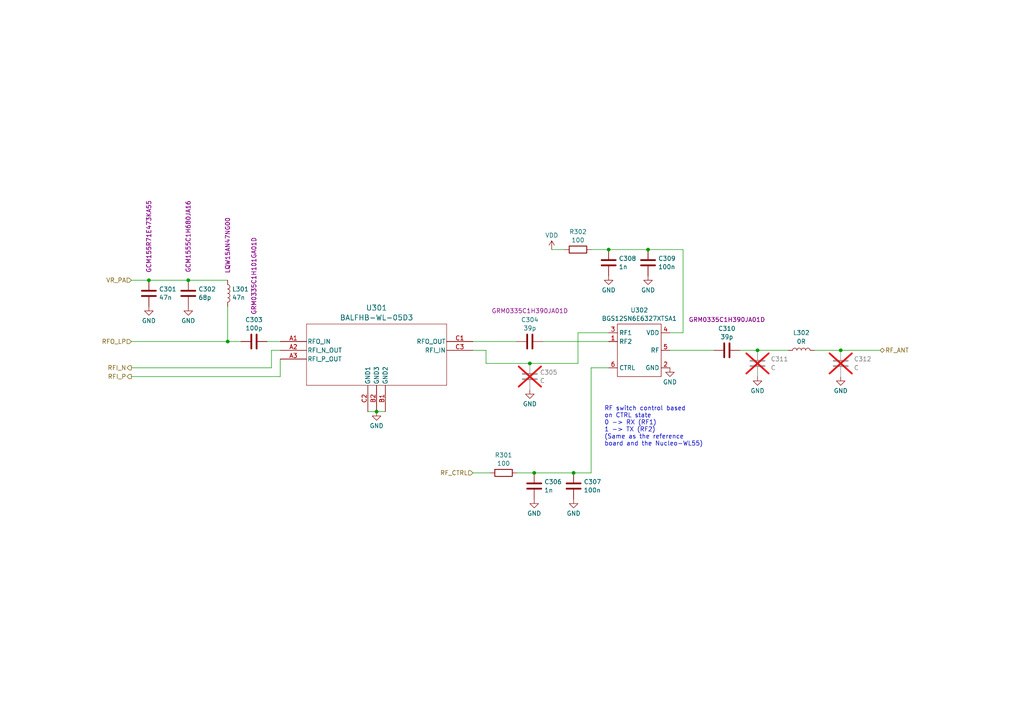
<source format=kicad_sch>
(kicad_sch (version 20230121) (generator eeschema)
  (paper "A4")
  (lib_symbols
    (symbol "BGA8_BALFHB_STM:BALFHB-WL-05D3" (pin_names (offset 0.254))
      (property "Reference" "U302" (at 27.94 9.7737 0))
      (property "Value" "BALFHB-WL-05D3" (at 27.94 6.9409 0))
      (symbol "BALFHB-WL-05D3_0_1"
        (polyline (pts (xy 7.62 -12.7) (xy 48.26 -12.7)) (stroke (width 0.127)))
        (polyline (pts (xy 7.62 5.08) (xy 7.62 -12.7)) (stroke (width 0.127)))
        (polyline (pts (xy 48.26 -12.7) (xy 48.26 5.08)) (stroke (width 0.127)))
        (polyline (pts (xy 48.26 5.08) (xy 7.62 5.08)) (stroke (width 0.127)))
        (pin input line (at 0 0 0) (length 7.62) (name "RFO_IN") (number "A1"))
        (pin output line (at 0 -2.54 0) (length 7.62) (name "RFI_N_OUT") (number "A2"))
        (pin output line (at 0 -5.08 0) (length 7.62) (name "RFI_P_OUT") (number "A3"))
        (pin power_out line (at 30.48 -20.32 90) (length 7.62) (name "GND2") (number "B1"))
        (pin power_out line (at 27.94 -20.32 90) (length 7.62) (name "GND3") (number "B2"))
        (pin output line (at 55.88 0 180) (length 7.62) (name "RFO_OUT") (number "C1"))
        (pin power_out line (at 25.4 -20.32 90) (length 7.62) (name "GND1") (number "C2"))
        (pin input line (at 55.88 -2.54 180) (length 7.62) (name "RFI_IN") (number "C3"))
      )
    )
    (symbol "Device:C" (pin_numbers hide) (pin_names (offset 0.254))
      (property "Reference" "C" (at 0.635 2.54 0))
      (property "Value" "C" (at 0.635 -2.54 0))
      (symbol "C_0_1"
        (polyline (pts (xy -2.032 -0.762) (xy 2.032 -0.762)) (stroke (width 0.508)))
        (polyline (pts (xy -2.032 0.762) (xy 2.032 0.762)) (stroke (width 0.508)))
      )
      (symbol "C_1_1"
        (pin passive line (at 0 3.81 270) (length 2.794) (name "~") (number "1"))
        (pin passive line (at 0 -3.81 90) (length 2.794) (name "~") (number "2"))
      )
    )
    (symbol "Device:L" (pin_numbers hide) (pin_names (offset 1.016) hide)
      (property "Reference" "L" (at -1.27 0 90))
      (property "Value" "L" (at 1.905 0 90))
      (symbol "L_0_1"
        (arc (start 0 -2.54) (mid 0.6323 -1.905) (end 0 -1.27))
        (arc (start 0 -1.27) (mid 0.6323 -0.635) (end 0 0))
        (arc (start 0 0) (mid 0.6323 0.635) (end 0 1.27))
        (arc (start 0 1.27) (mid 0.6323 1.905) (end 0 2.54))
      )
      (symbol "L_1_1"
        (pin passive line (at 0 3.81 270) (length 1.27) (name "1") (number "1"))
        (pin passive line (at 0 -3.81 90) (length 1.27) (name "2") (number "2"))
      )
    )
    (symbol "Device:R" (pin_numbers hide) (pin_names (offset 0))
      (property "Reference" "R" (at 2.032 0 90))
      (property "Value" "R" (at 0 0 90))
      (symbol "R_0_1"
        (rectangle (start -1.016 -2.54) (end 1.016 2.54) (stroke (width 0.254)))
      )
      (symbol "R_1_1"
        (pin passive line (at 0 3.81 270) (length 1.27) (name "~") (number "1"))
        (pin passive line (at 0 -3.81 90) (length 1.27) (name "~") (number "2"))
      )
    )
    (symbol "lora-module:BGS12SN6E6327XTSA1"
      (property "Reference" "U" (at 0 8.89 0))
      (property "Value" "BGS12SN6E6327XTSA1" (at 0 -8.89 0))
      (symbol "BGS12SN6E6327XTSA1_0_1"
        (rectangle (start -6.35 7.62) (end 6.35 -7.62))
      )
      (symbol "BGS12SN6E6327XTSA1_1_1"
        (pin bidirectional line (at -8.89 2.54 0) (length 2.54) (name "RF2") (number "1"))
        (pin power_out line (at 8.89 -5.08 180) (length 2.54) (name "GND") (number "2"))
        (pin bidirectional line (at -8.89 5.08 0) (length 2.54) (name "RF1") (number "3"))
        (pin power_in line (at 8.89 5.08 180) (length 2.54) (name "VDD") (number "4"))
        (pin bidirectional line (at 8.89 0 180) (length 2.54) (name "RF") (number "5"))
        (pin input line (at -8.89 -5.08 0) (length 2.54) (name "CTRL") (number "6"))
      )
    )
    (symbol "power:GND" (power) (pin_names (offset 0))
      (property "Value" "GND" (at 0 -3.81 0))
      (symbol "GND_0_1"
        (polyline (pts (xy 0 0) (xy 0 -1.27) (xy 1.27 -1.27) (xy 0 -2.54) (xy -1.27 -1.27) (xy 0 -1.27)))
      )
      (symbol "GND_1_1"
        (pin power_in line (at 0 0 270) (length 0) hide (name "GND") (number "1"))
      )
    )
    (symbol "power:VDD" (power) (pin_names (offset 0))
      (property "Value" "VDD" (at 0 3.81 0))
      (symbol "VDD_0_1"
        (polyline (pts (xy -0.762 1.27) (xy 0 2.54)))
        (polyline (pts (xy 0 0) (xy 0 2.54)))
        (polyline (pts (xy 0 2.54) (xy 0.762 1.27)))
      )
      (symbol "VDD_1_1"
        (pin power_in line (at 0 0 90) (length 0) hide (name "VDD") (number "1"))
      )
    )
  )
  (junction (at 54.61 81.28))
  (junction (at 166.37 137.16))
  (junction (at 219.71 101.6))
  (junction (at 153.67 105.41))
  (junction (at 109.22 119.38))
  (junction (at 187.96 72.39))
  (junction (at 43.18 81.28))
  (junction (at 243.84 101.6))
  (junction (at 176.53 72.39))
  (junction (at 154.94 137.16))
  (junction (at 66.04 99.06))
  (wire (pts (xy 171.45 106.68) (xy 171.45 137.16)))
  (wire (pts (xy 78.74 106.68) (xy 38.1 106.68)))
  (wire (pts (xy 66.04 99.06) (xy 69.85 99.06)))
  (wire (pts (xy 66.04 88.9) (xy 66.04 99.06)))
  (wire (pts (xy 38.1 81.28) (xy 43.18 81.28)))
  (wire (pts (xy 154.94 137.16) (xy 166.37 137.16)))
  (wire (pts (xy 43.18 81.28) (xy 54.61 81.28)))
  (wire (pts (xy 171.45 106.68) (xy 176.53 106.68)))
  (wire (pts (xy 140.97 105.41) (xy 153.67 105.41)))
  (wire (pts (xy 171.45 72.39) (xy 176.53 72.39)))
  (wire (pts (xy 54.61 81.28) (xy 66.04 81.28)))
  (wire (pts (xy 81.28 109.22) (xy 38.1 109.22)))
  (wire (pts (xy 77.47 99.06) (xy 81.28 99.06)))
  (wire (pts (xy 137.16 99.06) (xy 149.86 99.06)))
  (wire (pts (xy 157.48 99.06) (xy 176.53 99.06)))
  (wire (pts (xy 198.12 96.52) (xy 194.31 96.52)))
  (wire (pts (xy 137.16 101.6) (xy 140.97 101.6)))
  (wire (pts (xy 176.53 72.39) (xy 187.96 72.39)))
  (wire (pts (xy 109.22 119.38) (xy 111.76 119.38)))
  (wire (pts (xy 166.37 137.16) (xy 171.45 137.16)))
  (wire (pts (xy 81.28 101.6) (xy 78.74 101.6)))
  (wire (pts (xy 219.71 101.6) (xy 228.6 101.6)))
  (wire (pts (xy 78.74 101.6) (xy 78.74 106.68)))
  (wire (pts (xy 243.84 101.6) (xy 255.27 101.6)))
  (wire (pts (xy 214.63 101.6) (xy 219.71 101.6)))
  (wire (pts (xy 140.97 101.6) (xy 140.97 105.41)))
  (wire (pts (xy 38.1 99.06) (xy 66.04 99.06)))
  (wire (pts (xy 187.96 72.39) (xy 198.12 72.39)))
  (wire (pts (xy 198.12 72.39) (xy 198.12 96.52)))
  (wire (pts (xy 194.31 101.6) (xy 207.01 101.6)))
  (wire (pts (xy 236.22 101.6) (xy 243.84 101.6)))
  (wire (pts (xy 167.64 96.52) (xy 167.64 105.41)))
  (wire (pts (xy 153.67 105.41) (xy 167.64 105.41)))
  (wire (pts (xy 81.28 104.14) (xy 81.28 109.22)))
  (wire (pts (xy 137.16 137.16) (xy 142.24 137.16)))
  (wire (pts (xy 176.53 96.52) (xy 167.64 96.52)))
  (wire (pts (xy 160.02 72.39) (xy 163.83 72.39)))
  (wire (pts (xy 106.68 119.38) (xy 109.22 119.38)))
  (wire (pts (xy 149.86 137.16) (xy 154.94 137.16)))
  (text "RF switch control based\non CTRL state\n0 -> RX (RF1)\n1 -> TX (RF2)\n(Same as the reference \nboard and the Nucleo-WL55)" (at 175.26 129.54 0) (effects (font (size 1.27 1.27)) (justify left bottom)))
  (hierarchical_label "RF_ANT" (shape bidirectional) (at 255.27 101.6 0))
  (hierarchical_label "RF_CTRL" (shape input) (at 137.16 137.16 180))
  (hierarchical_label "RFO_LP" (shape input) (at 38.1 99.06 180))
  (hierarchical_label "RFI_P" (shape output) (at 38.1 109.22 180))
  (hierarchical_label "RFI_N" (shape output) (at 38.1 106.68 180))
  (hierarchical_label "VR_PA" (shape input) (at 38.1 81.28 180))
  (symbol (lib_id "power:GND") (at 243.84 109.22 0) (unit 1)
    (property "Reference" "#PWR0312" (effects hide))
    (property "Value" "GND" (at 243.84 113.3531 0))
  )
  (symbol (lib_id "power:GND") (at 176.53 80.01 0) (unit 1)
    (property "Reference" "#PWR0308" (effects hide))
    (property "Value" "GND" (at 176.53 84.1431 0))
  )
  (symbol (lib_id "Device:R") (at 167.64 72.39 90) (unit 1)
    (property "Reference" "R302" (at 167.64 67.2297 90))
    (property "Value" "100" (at 167.64 69.6539 90))
    (property "Footprint" "Resistor_SMD:R_0402_1005Metric" (effects hide))
  )
  (symbol (lib_id "power:GND") (at 109.22 119.38 0) (unit 1)
    (property "Reference" "#PWR0303" (effects hide))
    (property "Value" "GND" (at 109.22 123.5131 0))
  )
  (symbol (lib_id "Device:C") (at 243.84 105.41 0) (unit 1) (dnp yes)
    (property "Reference" "C312" (at 247.65 104.14 0) (effects (justify left)))
    (property "Value" "C" (at 247.65 106.68 0) (effects (justify left)))
    (property "Footprint" "Capacitor_SMD:C_0402_1005Metric_Pad0.74x0.62mm_HandSolder" (effects hide))
  )
  (symbol (lib_id "Device:L") (at 232.41 101.6 90) (unit 1)
    (property "Reference" "L302" (at 232.41 96.52 90))
    (property "Value" "0R" (at 232.41 99.06 90))
    (property "Footprint" "Inductor_SMD:L_0402_1005Metric_Pad0.77x0.64mm_HandSolder" (effects hide))
  )
  (symbol (lib_id "Device:C") (at 43.18 85.09 0) (unit 1)
    (property "Reference" "C301" (at 46.101 83.8779 0) (effects (justify left)))
    (property "Value" "47n" (at 46.101 86.3021 0) (effects (justify left)))
    (property "Footprint" "Capacitor_SMD:C_0603_1608Metric" (effects hide))
    (property "Part" "GCM155R71E473KA55" (at 43.18 68.58 90))
  )
  (symbol (lib_id "Device:C") (at 153.67 109.22 0) (unit 1) (dnp yes)
    (property "Reference" "C305" (at 156.591 108.0079 0) (effects (justify left)))
    (property "Value" "C" (at 156.591 110.4321 0) (effects (justify left)))
    (property "Footprint" "Capacitor_SMD:C_0402_1005Metric_Pad0.74x0.62mm_HandSolder" (effects hide))
  )
  (symbol (lib_id "power:GND") (at 153.67 113.03 0) (unit 1)
    (property "Reference" "#PWR0304" (effects hide))
    (property "Value" "GND" (at 153.67 117.1631 0))
  )
  (symbol (lib_id "power:GND") (at 54.61 88.9 0) (unit 1)
    (property "Reference" "#PWR0302" (effects hide))
    (property "Value" "GND" (at 54.61 93.0331 0))
  )
  (symbol (lib_id "power:GND") (at 43.18 88.9 0) (unit 1)
    (property "Reference" "#PWR0301" (effects hide))
    (property "Value" "GND" (at 43.18 93.0331 0))
  )
  (symbol (lib_id "power:GND") (at 154.94 144.78 0) (unit 1)
    (property "Reference" "#PWR0305" (effects hide))
    (property "Value" "GND" (at 154.94 148.9131 0))
  )
  (symbol (lib_id "Device:C") (at 154.94 140.97 0) (unit 1)
    (property "Reference" "C306" (at 157.861 139.7579 0) (effects (justify left)))
    (property "Value" "1n" (at 157.861 142.1821 0) (effects (justify left)))
    (property "Footprint" "Capacitor_SMD:C_0402_1005Metric" (effects hide))
  )
  (symbol (lib_id "power:VDD") (at 160.02 72.39 0) (unit 1)
    (property "Reference" "#PWR0210" (effects hide))
    (property "Value" "VDD" (at 160.02 68.2569 0))
    (instances (project "lora-module" (path "" (reference "#PWR0210") (unit 1)) (path "" (reference "#PWR0306") (unit 1))))
  )
  (symbol (lib_id "power:GND") (at 166.37 144.78 0) (unit 1)
    (property "Reference" "#PWR0307" (effects hide))
    (property "Value" "GND" (at 166.37 148.9131 0))
  )
  (symbol (lib_id "Device:C") (at 54.61 85.09 0) (unit 1)
    (property "Reference" "C302" (at 57.531 83.8779 0) (effects (justify left)))
    (property "Value" "68p" (at 57.531 86.3021 0) (effects (justify left)))
    (property "Footprint" "Capacitor_SMD:C_0402_1005Metric" (effects hide))
    (property "Part" "GCM1555C1H680JA16" (at 54.61 68.58 90))
  )
  (symbol (lib_id "Device:C") (at 176.53 76.2 0) (unit 1)
    (property "Reference" "C308" (at 179.451 74.9879 0) (effects (justify left)))
    (property "Value" "1n" (at 179.451 77.4121 0) (effects (justify left)))
    (property "Footprint" "Capacitor_SMD:C_0402_1005Metric" (effects hide))
  )
  (symbol (lib_id "Device:C") (at 153.67 99.06 90) (unit 1)
    (property "Reference" "C304" (at 153.67 92.7567 90))
    (property "Value" "39p" (at 153.67 95.1809 90))
    (property "Footprint" "Capacitor_SMD:C_0402_1005Metric" (effects hide))
    (property "Part" "GRM0335C1H390JA01D" (at 153.67 90.17 90))
  )
  (symbol (lib_id "Device:C") (at 187.96 76.2 0) (unit 1)
    (property "Reference" "C309" (at 190.881 74.9879 0) (effects (justify left)))
    (property "Value" "100n" (at 190.881 77.4121 0) (effects (justify left)))
    (property "Footprint" "Capacitor_SMD:C_0402_1005Metric" (effects hide))
  )
  (symbol (lib_id "BGA8_BALFHB_STM:BALFHB-WL-05D3") (at 81.28 99.06 0) (unit 1)
    (property "Reference" "U301" (at 109.22 89.2863 0) (effects (font (size 1.524 1.524))))
    (property "Value" "BALFHB-WL-05D3" (at 109.22 92.1191 0) (effects (font (size 1.524 1.524))))
    (property "Footprint" "lora-module:BGA8_BALFHB_STM" (effects hide))
    (property "Datasheet" "BALFHB-WL-05D3" (effects hide))
  )
  (symbol (lib_id "lora-module:BGS12SN6E6327XTSA1") (at 185.42 101.6 0) (unit 1)
    (property "Reference" "U302" (at 185.42 89.9627 0))
    (property "Value" "BGS12SN6E6327XTSA1" (at 185.42 92.3869 0))
    (property "Footprint" "lora-module:Infineon_PG-TSNP-6-10_0.7x1.1mm_0.7x1.1mm_P0.4mm" (effects hide))
  )
  (symbol (lib_id "Device:C") (at 210.82 101.6 90) (unit 1)
    (property "Reference" "C310" (at 210.82 95.2967 90))
    (property "Value" "39p" (at 210.82 97.7209 90))
    (property "Footprint" "Capacitor_SMD:C_0402_1005Metric" (effects hide))
    (property "Part" "GRM0335C1H390JA01D" (at 210.82 92.71 90))
  )
  (symbol (lib_id "Device:C") (at 219.71 105.41 0) (unit 1) (dnp yes)
    (property "Reference" "C311" (at 223.52 104.14 0) (effects (justify left)))
    (property "Value" "C" (at 223.52 106.68 0) (effects (justify left)))
    (property "Footprint" "Capacitor_SMD:C_0402_1005Metric_Pad0.74x0.62mm_HandSolder" (effects hide))
  )
  (symbol (lib_id "Device:L") (at 66.04 85.09 0) (unit 1)
    (property "Reference" "L301" (at 67.3072 83.8779 0) (effects (justify left)))
    (property "Value" "47n" (at 67.3072 86.3021 0) (effects (justify left)))
    (property "Footprint" "Inductor_SMD:L_0402_1005Metric" (effects hide))
    (property "Part" "LQW15AN47NG00" (at 66.04 71.12 90))
  )
  (symbol (lib_id "power:GND") (at 219.71 109.22 0) (unit 1)
    (property "Reference" "#PWR0311" (effects hide))
    (property "Value" "GND" (at 219.71 113.3531 0))
  )
  (symbol (lib_id "power:GND") (at 187.96 80.01 0) (unit 1)
    (property "Reference" "#PWR0309" (effects hide))
    (property "Value" "GND" (at 187.96 84.1431 0))
  )
  (symbol (lib_id "Device:C") (at 73.66 99.06 90) (unit 1)
    (property "Reference" "C303" (at 73.66 92.7567 90))
    (property "Value" "100p" (at 73.66 95.1809 90))
    (property "Footprint" "Capacitor_SMD:C_0402_1005Metric" (effects hide))
    (property "Part" "GRM0335C1H101GA01D" (at 73.66 80.01 0))
  )
  (symbol (lib_id "Device:C") (at 166.37 140.97 0) (unit 1)
    (property "Reference" "C307" (at 169.291 139.7579 0) (effects (justify left)))
    (property "Value" "100n" (at 169.291 142.1821 0) (effects (justify left)))
    (property "Footprint" "Capacitor_SMD:C_0402_1005Metric" (effects hide))
  )
  (symbol (lib_id "power:GND") (at 194.31 106.68 0) (unit 1)
    (property "Reference" "#PWR0310" (effects hide))
    (property "Value" "GND" (at 194.31 110.8131 0))
  )
  (symbol (lib_id "Device:R") (at 146.05 137.16 90) (unit 1)
    (property "Reference" "R301" (at 146.05 131.9997 90))
    (property "Value" "100" (at 146.05 134.4239 90))
    (property "Footprint" "Resistor_SMD:R_0402_1005Metric" (effects hide))
  )
)
</source>
